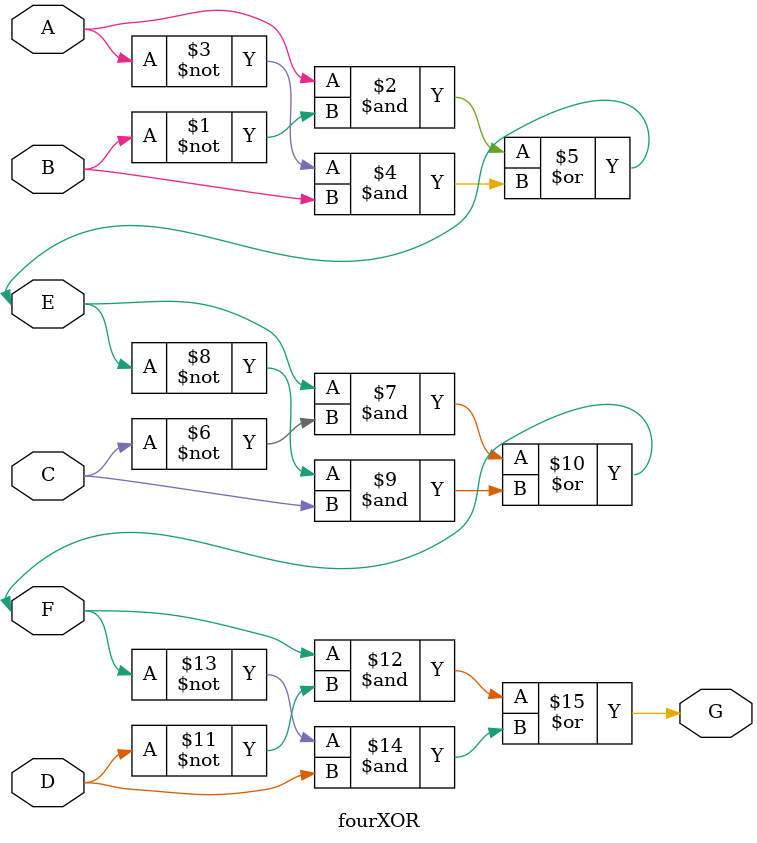
<source format=v>
`timescale 1ns / 1ps


module fourXOR(
    input A,
    input B,
    input C,
    input D,
    inout E,
    inout F,
    output G
    );
    
    assign E = (A & ~B) | (~A & B);
    assign F = (E & ~C) | (~E & C);
    assign G = (F & ~D) | (~F & D);
    
endmodule

</source>
